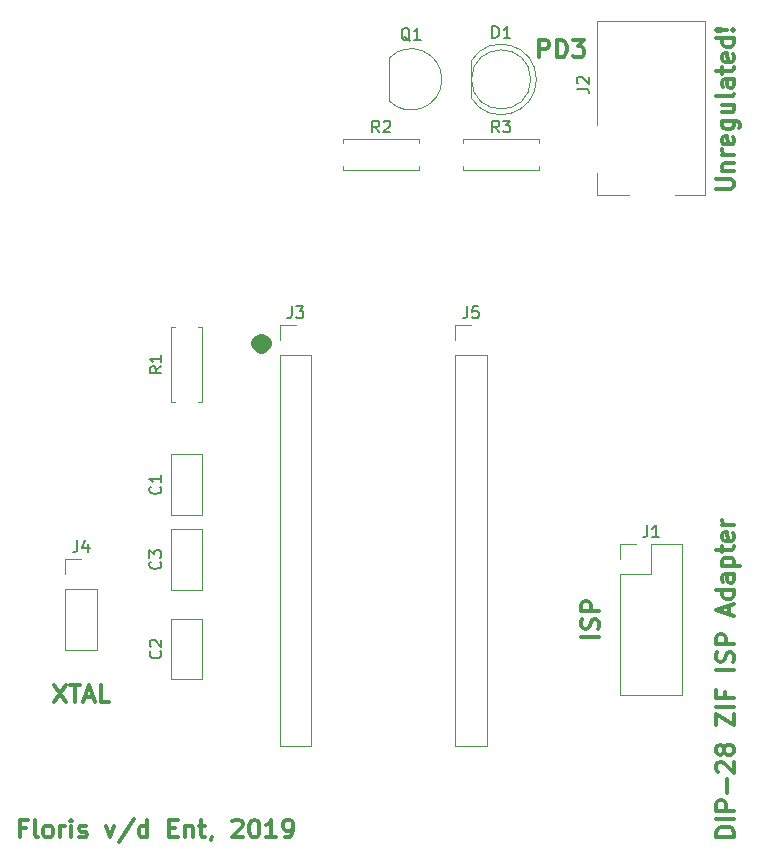
<source format=gbr>
G04 #@! TF.GenerationSoftware,KiCad,Pcbnew,(5.0.2)-1*
G04 #@! TF.CreationDate,2019-04-07T19:54:09+02:00*
G04 #@! TF.ProjectId,dip28_zif_programmer,64697032-385f-47a6-9966-5f70726f6772,rev?*
G04 #@! TF.SameCoordinates,Original*
G04 #@! TF.FileFunction,Legend,Top*
G04 #@! TF.FilePolarity,Positive*
%FSLAX46Y46*%
G04 Gerber Fmt 4.6, Leading zero omitted, Abs format (unit mm)*
G04 Created by KiCad (PCBNEW (5.0.2)-1) date 07/04/2019 19:54:09*
%MOMM*%
%LPD*%
G01*
G04 APERTURE LIST*
%ADD10C,0.300000*%
%ADD11C,1.250000*%
%ADD12C,0.120000*%
%ADD13C,0.150000*%
G04 APERTURE END LIST*
D10*
X168318571Y-104334285D02*
X166818571Y-104334285D01*
X168247142Y-103691428D02*
X168318571Y-103477142D01*
X168318571Y-103120000D01*
X168247142Y-102977142D01*
X168175714Y-102905714D01*
X168032857Y-102834285D01*
X167890000Y-102834285D01*
X167747142Y-102905714D01*
X167675714Y-102977142D01*
X167604285Y-103120000D01*
X167532857Y-103405714D01*
X167461428Y-103548571D01*
X167390000Y-103620000D01*
X167247142Y-103691428D01*
X167104285Y-103691428D01*
X166961428Y-103620000D01*
X166890000Y-103548571D01*
X166818571Y-103405714D01*
X166818571Y-103048571D01*
X166890000Y-102834285D01*
X168318571Y-102191428D02*
X166818571Y-102191428D01*
X166818571Y-101620000D01*
X166890000Y-101477142D01*
X166961428Y-101405714D01*
X167104285Y-101334285D01*
X167318571Y-101334285D01*
X167461428Y-101405714D01*
X167532857Y-101477142D01*
X167604285Y-101620000D01*
X167604285Y-102191428D01*
X178248571Y-66440000D02*
X179462857Y-66440000D01*
X179605714Y-66368571D01*
X179677142Y-66297142D01*
X179748571Y-66154285D01*
X179748571Y-65868571D01*
X179677142Y-65725714D01*
X179605714Y-65654285D01*
X179462857Y-65582857D01*
X178248571Y-65582857D01*
X178748571Y-64868571D02*
X179748571Y-64868571D01*
X178891428Y-64868571D02*
X178820000Y-64797142D01*
X178748571Y-64654285D01*
X178748571Y-64440000D01*
X178820000Y-64297142D01*
X178962857Y-64225714D01*
X179748571Y-64225714D01*
X179748571Y-63511428D02*
X178748571Y-63511428D01*
X179034285Y-63511428D02*
X178891428Y-63440000D01*
X178820000Y-63368571D01*
X178748571Y-63225714D01*
X178748571Y-63082857D01*
X179677142Y-62011428D02*
X179748571Y-62154285D01*
X179748571Y-62440000D01*
X179677142Y-62582857D01*
X179534285Y-62654285D01*
X178962857Y-62654285D01*
X178820000Y-62582857D01*
X178748571Y-62440000D01*
X178748571Y-62154285D01*
X178820000Y-62011428D01*
X178962857Y-61940000D01*
X179105714Y-61940000D01*
X179248571Y-62654285D01*
X178748571Y-60654285D02*
X179962857Y-60654285D01*
X180105714Y-60725714D01*
X180177142Y-60797142D01*
X180248571Y-60940000D01*
X180248571Y-61154285D01*
X180177142Y-61297142D01*
X179677142Y-60654285D02*
X179748571Y-60797142D01*
X179748571Y-61082857D01*
X179677142Y-61225714D01*
X179605714Y-61297142D01*
X179462857Y-61368571D01*
X179034285Y-61368571D01*
X178891428Y-61297142D01*
X178820000Y-61225714D01*
X178748571Y-61082857D01*
X178748571Y-60797142D01*
X178820000Y-60654285D01*
X178748571Y-59297142D02*
X179748571Y-59297142D01*
X178748571Y-59940000D02*
X179534285Y-59940000D01*
X179677142Y-59868571D01*
X179748571Y-59725714D01*
X179748571Y-59511428D01*
X179677142Y-59368571D01*
X179605714Y-59297142D01*
X179748571Y-58368571D02*
X179677142Y-58511428D01*
X179534285Y-58582857D01*
X178248571Y-58582857D01*
X179748571Y-57154285D02*
X178962857Y-57154285D01*
X178820000Y-57225714D01*
X178748571Y-57368571D01*
X178748571Y-57654285D01*
X178820000Y-57797142D01*
X179677142Y-57154285D02*
X179748571Y-57297142D01*
X179748571Y-57654285D01*
X179677142Y-57797142D01*
X179534285Y-57868571D01*
X179391428Y-57868571D01*
X179248571Y-57797142D01*
X179177142Y-57654285D01*
X179177142Y-57297142D01*
X179105714Y-57154285D01*
X178748571Y-56654285D02*
X178748571Y-56082857D01*
X178248571Y-56440000D02*
X179534285Y-56440000D01*
X179677142Y-56368571D01*
X179748571Y-56225714D01*
X179748571Y-56082857D01*
X179677142Y-55011428D02*
X179748571Y-55154285D01*
X179748571Y-55440000D01*
X179677142Y-55582857D01*
X179534285Y-55654285D01*
X178962857Y-55654285D01*
X178820000Y-55582857D01*
X178748571Y-55440000D01*
X178748571Y-55154285D01*
X178820000Y-55011428D01*
X178962857Y-54940000D01*
X179105714Y-54940000D01*
X179248571Y-55654285D01*
X179748571Y-53654285D02*
X178248571Y-53654285D01*
X179677142Y-53654285D02*
X179748571Y-53797142D01*
X179748571Y-54082857D01*
X179677142Y-54225714D01*
X179605714Y-54297142D01*
X179462857Y-54368571D01*
X179034285Y-54368571D01*
X178891428Y-54297142D01*
X178820000Y-54225714D01*
X178748571Y-54082857D01*
X178748571Y-53797142D01*
X178820000Y-53654285D01*
X179605714Y-52940000D02*
X179677142Y-52868571D01*
X179748571Y-52940000D01*
X179677142Y-53011428D01*
X179605714Y-52940000D01*
X179748571Y-52940000D01*
X179177142Y-52940000D02*
X178320000Y-53011428D01*
X178248571Y-52940000D01*
X178320000Y-52868571D01*
X179177142Y-52940000D01*
X178248571Y-52940000D01*
X122138571Y-108398571D02*
X123138571Y-109898571D01*
X123138571Y-108398571D02*
X122138571Y-109898571D01*
X123495714Y-108398571D02*
X124352857Y-108398571D01*
X123924285Y-109898571D02*
X123924285Y-108398571D01*
X124781428Y-109470000D02*
X125495714Y-109470000D01*
X124638571Y-109898571D02*
X125138571Y-108398571D01*
X125638571Y-109898571D01*
X126852857Y-109898571D02*
X126138571Y-109898571D01*
X126138571Y-108398571D01*
X163242857Y-55288571D02*
X163242857Y-53788571D01*
X163814285Y-53788571D01*
X163957142Y-53860000D01*
X164028571Y-53931428D01*
X164100000Y-54074285D01*
X164100000Y-54288571D01*
X164028571Y-54431428D01*
X163957142Y-54502857D01*
X163814285Y-54574285D01*
X163242857Y-54574285D01*
X164742857Y-55288571D02*
X164742857Y-53788571D01*
X165100000Y-53788571D01*
X165314285Y-53860000D01*
X165457142Y-54002857D01*
X165528571Y-54145714D01*
X165600000Y-54431428D01*
X165600000Y-54645714D01*
X165528571Y-54931428D01*
X165457142Y-55074285D01*
X165314285Y-55217142D01*
X165100000Y-55288571D01*
X164742857Y-55288571D01*
X166100000Y-53788571D02*
X167028571Y-53788571D01*
X166528571Y-54360000D01*
X166742857Y-54360000D01*
X166885714Y-54431428D01*
X166957142Y-54502857D01*
X167028571Y-54645714D01*
X167028571Y-55002857D01*
X166957142Y-55145714D01*
X166885714Y-55217142D01*
X166742857Y-55288571D01*
X166314285Y-55288571D01*
X166171428Y-55217142D01*
X166100000Y-55145714D01*
D11*
X139700000Y-79255714D02*
X139938095Y-79493809D01*
X139700000Y-79731904D01*
X139461904Y-79493809D01*
X139700000Y-79255714D01*
X139700000Y-79731904D01*
D10*
X119774285Y-120542857D02*
X119274285Y-120542857D01*
X119274285Y-121328571D02*
X119274285Y-119828571D01*
X119988571Y-119828571D01*
X120774285Y-121328571D02*
X120631428Y-121257142D01*
X120560000Y-121114285D01*
X120560000Y-119828571D01*
X121560000Y-121328571D02*
X121417142Y-121257142D01*
X121345714Y-121185714D01*
X121274285Y-121042857D01*
X121274285Y-120614285D01*
X121345714Y-120471428D01*
X121417142Y-120400000D01*
X121560000Y-120328571D01*
X121774285Y-120328571D01*
X121917142Y-120400000D01*
X121988571Y-120471428D01*
X122060000Y-120614285D01*
X122060000Y-121042857D01*
X121988571Y-121185714D01*
X121917142Y-121257142D01*
X121774285Y-121328571D01*
X121560000Y-121328571D01*
X122702857Y-121328571D02*
X122702857Y-120328571D01*
X122702857Y-120614285D02*
X122774285Y-120471428D01*
X122845714Y-120400000D01*
X122988571Y-120328571D01*
X123131428Y-120328571D01*
X123631428Y-121328571D02*
X123631428Y-120328571D01*
X123631428Y-119828571D02*
X123560000Y-119900000D01*
X123631428Y-119971428D01*
X123702857Y-119900000D01*
X123631428Y-119828571D01*
X123631428Y-119971428D01*
X124274285Y-121257142D02*
X124417142Y-121328571D01*
X124702857Y-121328571D01*
X124845714Y-121257142D01*
X124917142Y-121114285D01*
X124917142Y-121042857D01*
X124845714Y-120900000D01*
X124702857Y-120828571D01*
X124488571Y-120828571D01*
X124345714Y-120757142D01*
X124274285Y-120614285D01*
X124274285Y-120542857D01*
X124345714Y-120400000D01*
X124488571Y-120328571D01*
X124702857Y-120328571D01*
X124845714Y-120400000D01*
X126560000Y-120328571D02*
X126917142Y-121328571D01*
X127274285Y-120328571D01*
X128917142Y-119757142D02*
X127631428Y-121685714D01*
X130060000Y-121328571D02*
X130060000Y-119828571D01*
X130060000Y-121257142D02*
X129917142Y-121328571D01*
X129631428Y-121328571D01*
X129488571Y-121257142D01*
X129417142Y-121185714D01*
X129345714Y-121042857D01*
X129345714Y-120614285D01*
X129417142Y-120471428D01*
X129488571Y-120400000D01*
X129631428Y-120328571D01*
X129917142Y-120328571D01*
X130060000Y-120400000D01*
X131917142Y-120542857D02*
X132417142Y-120542857D01*
X132631428Y-121328571D02*
X131917142Y-121328571D01*
X131917142Y-119828571D01*
X132631428Y-119828571D01*
X133274285Y-120328571D02*
X133274285Y-121328571D01*
X133274285Y-120471428D02*
X133345714Y-120400000D01*
X133488571Y-120328571D01*
X133702857Y-120328571D01*
X133845714Y-120400000D01*
X133917142Y-120542857D01*
X133917142Y-121328571D01*
X134417142Y-120328571D02*
X134988571Y-120328571D01*
X134631428Y-119828571D02*
X134631428Y-121114285D01*
X134702857Y-121257142D01*
X134845714Y-121328571D01*
X134988571Y-121328571D01*
X135560000Y-121257142D02*
X135560000Y-121328571D01*
X135488571Y-121471428D01*
X135417142Y-121542857D01*
X137274285Y-119971428D02*
X137345714Y-119900000D01*
X137488571Y-119828571D01*
X137845714Y-119828571D01*
X137988571Y-119900000D01*
X138060000Y-119971428D01*
X138131428Y-120114285D01*
X138131428Y-120257142D01*
X138060000Y-120471428D01*
X137202857Y-121328571D01*
X138131428Y-121328571D01*
X139060000Y-119828571D02*
X139202857Y-119828571D01*
X139345714Y-119900000D01*
X139417142Y-119971428D01*
X139488571Y-120114285D01*
X139560000Y-120400000D01*
X139560000Y-120757142D01*
X139488571Y-121042857D01*
X139417142Y-121185714D01*
X139345714Y-121257142D01*
X139202857Y-121328571D01*
X139060000Y-121328571D01*
X138917142Y-121257142D01*
X138845714Y-121185714D01*
X138774285Y-121042857D01*
X138702857Y-120757142D01*
X138702857Y-120400000D01*
X138774285Y-120114285D01*
X138845714Y-119971428D01*
X138917142Y-119900000D01*
X139060000Y-119828571D01*
X140988571Y-121328571D02*
X140131428Y-121328571D01*
X140560000Y-121328571D02*
X140560000Y-119828571D01*
X140417142Y-120042857D01*
X140274285Y-120185714D01*
X140131428Y-120257142D01*
X141702857Y-121328571D02*
X141988571Y-121328571D01*
X142131428Y-121257142D01*
X142202857Y-121185714D01*
X142345714Y-120971428D01*
X142417142Y-120685714D01*
X142417142Y-120114285D01*
X142345714Y-119971428D01*
X142274285Y-119900000D01*
X142131428Y-119828571D01*
X141845714Y-119828571D01*
X141702857Y-119900000D01*
X141631428Y-119971428D01*
X141560000Y-120114285D01*
X141560000Y-120471428D01*
X141631428Y-120614285D01*
X141702857Y-120685714D01*
X141845714Y-120757142D01*
X142131428Y-120757142D01*
X142274285Y-120685714D01*
X142345714Y-120614285D01*
X142417142Y-120471428D01*
X179748571Y-121271428D02*
X178248571Y-121271428D01*
X178248571Y-120914285D01*
X178320000Y-120700000D01*
X178462857Y-120557142D01*
X178605714Y-120485714D01*
X178891428Y-120414285D01*
X179105714Y-120414285D01*
X179391428Y-120485714D01*
X179534285Y-120557142D01*
X179677142Y-120700000D01*
X179748571Y-120914285D01*
X179748571Y-121271428D01*
X179748571Y-119771428D02*
X178248571Y-119771428D01*
X179748571Y-119057142D02*
X178248571Y-119057142D01*
X178248571Y-118485714D01*
X178320000Y-118342857D01*
X178391428Y-118271428D01*
X178534285Y-118200000D01*
X178748571Y-118200000D01*
X178891428Y-118271428D01*
X178962857Y-118342857D01*
X179034285Y-118485714D01*
X179034285Y-119057142D01*
X179177142Y-117557142D02*
X179177142Y-116414285D01*
X178391428Y-115771428D02*
X178320000Y-115700000D01*
X178248571Y-115557142D01*
X178248571Y-115200000D01*
X178320000Y-115057142D01*
X178391428Y-114985714D01*
X178534285Y-114914285D01*
X178677142Y-114914285D01*
X178891428Y-114985714D01*
X179748571Y-115842857D01*
X179748571Y-114914285D01*
X178891428Y-114057142D02*
X178820000Y-114200000D01*
X178748571Y-114271428D01*
X178605714Y-114342857D01*
X178534285Y-114342857D01*
X178391428Y-114271428D01*
X178320000Y-114200000D01*
X178248571Y-114057142D01*
X178248571Y-113771428D01*
X178320000Y-113628571D01*
X178391428Y-113557142D01*
X178534285Y-113485714D01*
X178605714Y-113485714D01*
X178748571Y-113557142D01*
X178820000Y-113628571D01*
X178891428Y-113771428D01*
X178891428Y-114057142D01*
X178962857Y-114200000D01*
X179034285Y-114271428D01*
X179177142Y-114342857D01*
X179462857Y-114342857D01*
X179605714Y-114271428D01*
X179677142Y-114200000D01*
X179748571Y-114057142D01*
X179748571Y-113771428D01*
X179677142Y-113628571D01*
X179605714Y-113557142D01*
X179462857Y-113485714D01*
X179177142Y-113485714D01*
X179034285Y-113557142D01*
X178962857Y-113628571D01*
X178891428Y-113771428D01*
X178248571Y-111842857D02*
X178248571Y-110842857D01*
X179748571Y-111842857D01*
X179748571Y-110842857D01*
X179748571Y-110271428D02*
X178248571Y-110271428D01*
X178962857Y-109057142D02*
X178962857Y-109557142D01*
X179748571Y-109557142D02*
X178248571Y-109557142D01*
X178248571Y-108842857D01*
X179748571Y-107128571D02*
X178248571Y-107128571D01*
X179677142Y-106485714D02*
X179748571Y-106271428D01*
X179748571Y-105914285D01*
X179677142Y-105771428D01*
X179605714Y-105700000D01*
X179462857Y-105628571D01*
X179320000Y-105628571D01*
X179177142Y-105700000D01*
X179105714Y-105771428D01*
X179034285Y-105914285D01*
X178962857Y-106200000D01*
X178891428Y-106342857D01*
X178820000Y-106414285D01*
X178677142Y-106485714D01*
X178534285Y-106485714D01*
X178391428Y-106414285D01*
X178320000Y-106342857D01*
X178248571Y-106200000D01*
X178248571Y-105842857D01*
X178320000Y-105628571D01*
X179748571Y-104985714D02*
X178248571Y-104985714D01*
X178248571Y-104414285D01*
X178320000Y-104271428D01*
X178391428Y-104200000D01*
X178534285Y-104128571D01*
X178748571Y-104128571D01*
X178891428Y-104200000D01*
X178962857Y-104271428D01*
X179034285Y-104414285D01*
X179034285Y-104985714D01*
X179320000Y-102414285D02*
X179320000Y-101700000D01*
X179748571Y-102557142D02*
X178248571Y-102057142D01*
X179748571Y-101557142D01*
X179748571Y-100414285D02*
X178248571Y-100414285D01*
X179677142Y-100414285D02*
X179748571Y-100557142D01*
X179748571Y-100842857D01*
X179677142Y-100985714D01*
X179605714Y-101057142D01*
X179462857Y-101128571D01*
X179034285Y-101128571D01*
X178891428Y-101057142D01*
X178820000Y-100985714D01*
X178748571Y-100842857D01*
X178748571Y-100557142D01*
X178820000Y-100414285D01*
X179748571Y-99057142D02*
X178962857Y-99057142D01*
X178820000Y-99128571D01*
X178748571Y-99271428D01*
X178748571Y-99557142D01*
X178820000Y-99700000D01*
X179677142Y-99057142D02*
X179748571Y-99200000D01*
X179748571Y-99557142D01*
X179677142Y-99700000D01*
X179534285Y-99771428D01*
X179391428Y-99771428D01*
X179248571Y-99700000D01*
X179177142Y-99557142D01*
X179177142Y-99200000D01*
X179105714Y-99057142D01*
X178748571Y-98342857D02*
X180248571Y-98342857D01*
X178820000Y-98342857D02*
X178748571Y-98200000D01*
X178748571Y-97914285D01*
X178820000Y-97771428D01*
X178891428Y-97700000D01*
X179034285Y-97628571D01*
X179462857Y-97628571D01*
X179605714Y-97700000D01*
X179677142Y-97771428D01*
X179748571Y-97914285D01*
X179748571Y-98200000D01*
X179677142Y-98342857D01*
X178748571Y-97200000D02*
X178748571Y-96628571D01*
X178248571Y-96985714D02*
X179534285Y-96985714D01*
X179677142Y-96914285D01*
X179748571Y-96771428D01*
X179748571Y-96628571D01*
X179677142Y-95557142D02*
X179748571Y-95700000D01*
X179748571Y-95985714D01*
X179677142Y-96128571D01*
X179534285Y-96200000D01*
X178962857Y-96200000D01*
X178820000Y-96128571D01*
X178748571Y-95985714D01*
X178748571Y-95700000D01*
X178820000Y-95557142D01*
X178962857Y-95485714D01*
X179105714Y-95485714D01*
X179248571Y-96200000D01*
X179748571Y-94842857D02*
X178748571Y-94842857D01*
X179034285Y-94842857D02*
X178891428Y-94771428D01*
X178820000Y-94700000D01*
X178748571Y-94557142D01*
X178748571Y-94414285D01*
D12*
G04 #@! TO.C,J5*
X156150000Y-77918000D02*
X157480000Y-77918000D01*
X156150000Y-79248000D02*
X156150000Y-77918000D01*
X156150000Y-80518000D02*
X158810000Y-80518000D01*
X158810000Y-80518000D02*
X158810000Y-113598000D01*
X156150000Y-80518000D02*
X156150000Y-113598000D01*
X156150000Y-113598000D02*
X158810000Y-113598000D01*
G04 #@! TO.C,R1*
X132040000Y-84490000D02*
X132370000Y-84490000D01*
X132040000Y-78070000D02*
X132040000Y-84490000D01*
X132370000Y-78070000D02*
X132040000Y-78070000D01*
X134660000Y-84490000D02*
X134330000Y-84490000D01*
X134660000Y-78070000D02*
X134660000Y-84490000D01*
X134330000Y-78070000D02*
X134660000Y-78070000D01*
G04 #@! TO.C,C1*
X132040000Y-88900000D02*
X134660000Y-88900000D01*
X132040000Y-94020000D02*
X134660000Y-94020000D01*
X134660000Y-94020000D02*
X134660000Y-88900000D01*
X132040000Y-94020000D02*
X132040000Y-88900000D01*
G04 #@! TO.C,C2*
X134660000Y-102830000D02*
X134660000Y-107950000D01*
X132040000Y-102830000D02*
X132040000Y-107950000D01*
X134660000Y-102830000D02*
X132040000Y-102830000D01*
X134660000Y-107950000D02*
X132040000Y-107950000D01*
G04 #@! TO.C,C3*
X132040000Y-95250000D02*
X134660000Y-95250000D01*
X132040000Y-100370000D02*
X134660000Y-100370000D01*
X134660000Y-100370000D02*
X134660000Y-95250000D01*
X132040000Y-100370000D02*
X132040000Y-95250000D01*
G04 #@! TO.C,D1*
X157460000Y-55605000D02*
X157460000Y-58695000D01*
X162520000Y-57150000D02*
G75*
G03X162520000Y-57150000I-2500000J0D01*
G01*
X163010000Y-57149538D02*
G75*
G02X157460000Y-58694830I-2990000J-462D01*
G01*
X163010000Y-57150462D02*
G75*
G03X157460000Y-55605170I-2990000J462D01*
G01*
G04 #@! TO.C,J1*
X170120000Y-96460000D02*
X171450000Y-96460000D01*
X170120000Y-97790000D02*
X170120000Y-96460000D01*
X172720000Y-96460000D02*
X175320000Y-96460000D01*
X172720000Y-99060000D02*
X172720000Y-96460000D01*
X170120000Y-99060000D02*
X172720000Y-99060000D01*
X175320000Y-96460000D02*
X175320000Y-109280000D01*
X170120000Y-99060000D02*
X170120000Y-109280000D01*
X170120000Y-109280000D02*
X175320000Y-109280000D01*
G04 #@! TO.C,J2*
X177320000Y-66940000D02*
X174720000Y-66940000D01*
X177320000Y-52240000D02*
X177320000Y-66940000D01*
X168120000Y-66940000D02*
X168120000Y-65040000D01*
X170820000Y-66940000D02*
X168120000Y-66940000D01*
X168120000Y-52240000D02*
X177320000Y-52240000D01*
X168120000Y-61040000D02*
X168120000Y-52240000D01*
G04 #@! TO.C,J3*
X141291000Y-113598000D02*
X143951000Y-113598000D01*
X141291000Y-80518000D02*
X141291000Y-113598000D01*
X143951000Y-80518000D02*
X143951000Y-113598000D01*
X141291000Y-80518000D02*
X143951000Y-80518000D01*
X141291000Y-79248000D02*
X141291000Y-77918000D01*
X141291000Y-77918000D02*
X142621000Y-77918000D01*
G04 #@! TO.C,J4*
X123130000Y-105470000D02*
X125790000Y-105470000D01*
X123130000Y-100330000D02*
X123130000Y-105470000D01*
X125790000Y-100330000D02*
X125790000Y-105470000D01*
X123130000Y-100330000D02*
X125790000Y-100330000D01*
X123130000Y-99060000D02*
X123130000Y-97730000D01*
X123130000Y-97730000D02*
X124460000Y-97730000D01*
G04 #@! TO.C,R2*
X146650000Y-62520000D02*
X146650000Y-62190000D01*
X146650000Y-62190000D02*
X153070000Y-62190000D01*
X153070000Y-62190000D02*
X153070000Y-62520000D01*
X146650000Y-64480000D02*
X146650000Y-64810000D01*
X146650000Y-64810000D02*
X153070000Y-64810000D01*
X153070000Y-64810000D02*
X153070000Y-64480000D01*
G04 #@! TO.C,R3*
X163230000Y-64810000D02*
X163230000Y-64480000D01*
X156810000Y-64810000D02*
X163230000Y-64810000D01*
X156810000Y-64480000D02*
X156810000Y-64810000D01*
X163230000Y-62190000D02*
X163230000Y-62520000D01*
X156810000Y-62190000D02*
X163230000Y-62190000D01*
X156810000Y-62520000D02*
X156810000Y-62190000D01*
G04 #@! TO.C,Q1*
X150561522Y-58988478D02*
G75*
G03X155000000Y-57150000I1838478J1838478D01*
G01*
X150561522Y-55311522D02*
G75*
G02X155000000Y-57150000I1838478J-1838478D01*
G01*
X150550000Y-55350000D02*
X150550000Y-58950000D01*
G04 #@! TO.C,J5*
D13*
X157146666Y-76370380D02*
X157146666Y-77084666D01*
X157099047Y-77227523D01*
X157003809Y-77322761D01*
X156860952Y-77370380D01*
X156765714Y-77370380D01*
X158099047Y-76370380D02*
X157622857Y-76370380D01*
X157575238Y-76846571D01*
X157622857Y-76798952D01*
X157718095Y-76751333D01*
X157956190Y-76751333D01*
X158051428Y-76798952D01*
X158099047Y-76846571D01*
X158146666Y-76941809D01*
X158146666Y-77179904D01*
X158099047Y-77275142D01*
X158051428Y-77322761D01*
X157956190Y-77370380D01*
X157718095Y-77370380D01*
X157622857Y-77322761D01*
X157575238Y-77275142D01*
G04 #@! TO.C,R1*
X131262380Y-81446666D02*
X130786190Y-81780000D01*
X131262380Y-82018095D02*
X130262380Y-82018095D01*
X130262380Y-81637142D01*
X130310000Y-81541904D01*
X130357619Y-81494285D01*
X130452857Y-81446666D01*
X130595714Y-81446666D01*
X130690952Y-81494285D01*
X130738571Y-81541904D01*
X130786190Y-81637142D01*
X130786190Y-82018095D01*
X131262380Y-80494285D02*
X131262380Y-81065714D01*
X131262380Y-80780000D02*
X130262380Y-80780000D01*
X130405238Y-80875238D01*
X130500476Y-80970476D01*
X130548095Y-81065714D01*
G04 #@! TO.C,C1*
X131147142Y-91626666D02*
X131194761Y-91674285D01*
X131242380Y-91817142D01*
X131242380Y-91912380D01*
X131194761Y-92055238D01*
X131099523Y-92150476D01*
X131004285Y-92198095D01*
X130813809Y-92245714D01*
X130670952Y-92245714D01*
X130480476Y-92198095D01*
X130385238Y-92150476D01*
X130290000Y-92055238D01*
X130242380Y-91912380D01*
X130242380Y-91817142D01*
X130290000Y-91674285D01*
X130337619Y-91626666D01*
X131242380Y-90674285D02*
X131242380Y-91245714D01*
X131242380Y-90960000D02*
X130242380Y-90960000D01*
X130385238Y-91055238D01*
X130480476Y-91150476D01*
X130528095Y-91245714D01*
G04 #@! TO.C,C2*
X131167142Y-105556666D02*
X131214761Y-105604285D01*
X131262380Y-105747142D01*
X131262380Y-105842380D01*
X131214761Y-105985238D01*
X131119523Y-106080476D01*
X131024285Y-106128095D01*
X130833809Y-106175714D01*
X130690952Y-106175714D01*
X130500476Y-106128095D01*
X130405238Y-106080476D01*
X130310000Y-105985238D01*
X130262380Y-105842380D01*
X130262380Y-105747142D01*
X130310000Y-105604285D01*
X130357619Y-105556666D01*
X130357619Y-105175714D02*
X130310000Y-105128095D01*
X130262380Y-105032857D01*
X130262380Y-104794761D01*
X130310000Y-104699523D01*
X130357619Y-104651904D01*
X130452857Y-104604285D01*
X130548095Y-104604285D01*
X130690952Y-104651904D01*
X131262380Y-105223333D01*
X131262380Y-104604285D01*
G04 #@! TO.C,C3*
X131147142Y-97976666D02*
X131194761Y-98024285D01*
X131242380Y-98167142D01*
X131242380Y-98262380D01*
X131194761Y-98405238D01*
X131099523Y-98500476D01*
X131004285Y-98548095D01*
X130813809Y-98595714D01*
X130670952Y-98595714D01*
X130480476Y-98548095D01*
X130385238Y-98500476D01*
X130290000Y-98405238D01*
X130242380Y-98262380D01*
X130242380Y-98167142D01*
X130290000Y-98024285D01*
X130337619Y-97976666D01*
X130242380Y-97643333D02*
X130242380Y-97024285D01*
X130623333Y-97357619D01*
X130623333Y-97214761D01*
X130670952Y-97119523D01*
X130718571Y-97071904D01*
X130813809Y-97024285D01*
X131051904Y-97024285D01*
X131147142Y-97071904D01*
X131194761Y-97119523D01*
X131242380Y-97214761D01*
X131242380Y-97500476D01*
X131194761Y-97595714D01*
X131147142Y-97643333D01*
G04 #@! TO.C,D1*
X159281904Y-53642380D02*
X159281904Y-52642380D01*
X159520000Y-52642380D01*
X159662857Y-52690000D01*
X159758095Y-52785238D01*
X159805714Y-52880476D01*
X159853333Y-53070952D01*
X159853333Y-53213809D01*
X159805714Y-53404285D01*
X159758095Y-53499523D01*
X159662857Y-53594761D01*
X159520000Y-53642380D01*
X159281904Y-53642380D01*
X160805714Y-53642380D02*
X160234285Y-53642380D01*
X160520000Y-53642380D02*
X160520000Y-52642380D01*
X160424761Y-52785238D01*
X160329523Y-52880476D01*
X160234285Y-52928095D01*
G04 #@! TO.C,J1*
X172386666Y-94912380D02*
X172386666Y-95626666D01*
X172339047Y-95769523D01*
X172243809Y-95864761D01*
X172100952Y-95912380D01*
X172005714Y-95912380D01*
X173386666Y-95912380D02*
X172815238Y-95912380D01*
X173100952Y-95912380D02*
X173100952Y-94912380D01*
X173005714Y-95055238D01*
X172910476Y-95150476D01*
X172815238Y-95198095D01*
G04 #@! TO.C,J2*
X166422380Y-57923333D02*
X167136666Y-57923333D01*
X167279523Y-57970952D01*
X167374761Y-58066190D01*
X167422380Y-58209047D01*
X167422380Y-58304285D01*
X166517619Y-57494761D02*
X166470000Y-57447142D01*
X166422380Y-57351904D01*
X166422380Y-57113809D01*
X166470000Y-57018571D01*
X166517619Y-56970952D01*
X166612857Y-56923333D01*
X166708095Y-56923333D01*
X166850952Y-56970952D01*
X167422380Y-57542380D01*
X167422380Y-56923333D01*
G04 #@! TO.C,J3*
X142287666Y-76370380D02*
X142287666Y-77084666D01*
X142240047Y-77227523D01*
X142144809Y-77322761D01*
X142001952Y-77370380D01*
X141906714Y-77370380D01*
X142668619Y-76370380D02*
X143287666Y-76370380D01*
X142954333Y-76751333D01*
X143097190Y-76751333D01*
X143192428Y-76798952D01*
X143240047Y-76846571D01*
X143287666Y-76941809D01*
X143287666Y-77179904D01*
X143240047Y-77275142D01*
X143192428Y-77322761D01*
X143097190Y-77370380D01*
X142811476Y-77370380D01*
X142716238Y-77322761D01*
X142668619Y-77275142D01*
G04 #@! TO.C,J4*
X124126666Y-96182380D02*
X124126666Y-96896666D01*
X124079047Y-97039523D01*
X123983809Y-97134761D01*
X123840952Y-97182380D01*
X123745714Y-97182380D01*
X125031428Y-96515714D02*
X125031428Y-97182380D01*
X124793333Y-96134761D02*
X124555238Y-96849047D01*
X125174285Y-96849047D01*
G04 #@! TO.C,R2*
X149693333Y-61642380D02*
X149360000Y-61166190D01*
X149121904Y-61642380D02*
X149121904Y-60642380D01*
X149502857Y-60642380D01*
X149598095Y-60690000D01*
X149645714Y-60737619D01*
X149693333Y-60832857D01*
X149693333Y-60975714D01*
X149645714Y-61070952D01*
X149598095Y-61118571D01*
X149502857Y-61166190D01*
X149121904Y-61166190D01*
X150074285Y-60737619D02*
X150121904Y-60690000D01*
X150217142Y-60642380D01*
X150455238Y-60642380D01*
X150550476Y-60690000D01*
X150598095Y-60737619D01*
X150645714Y-60832857D01*
X150645714Y-60928095D01*
X150598095Y-61070952D01*
X150026666Y-61642380D01*
X150645714Y-61642380D01*
G04 #@! TO.C,R3*
X159853333Y-61642380D02*
X159520000Y-61166190D01*
X159281904Y-61642380D02*
X159281904Y-60642380D01*
X159662857Y-60642380D01*
X159758095Y-60690000D01*
X159805714Y-60737619D01*
X159853333Y-60832857D01*
X159853333Y-60975714D01*
X159805714Y-61070952D01*
X159758095Y-61118571D01*
X159662857Y-61166190D01*
X159281904Y-61166190D01*
X160186666Y-60642380D02*
X160805714Y-60642380D01*
X160472380Y-61023333D01*
X160615238Y-61023333D01*
X160710476Y-61070952D01*
X160758095Y-61118571D01*
X160805714Y-61213809D01*
X160805714Y-61451904D01*
X160758095Y-61547142D01*
X160710476Y-61594761D01*
X160615238Y-61642380D01*
X160329523Y-61642380D01*
X160234285Y-61594761D01*
X160186666Y-61547142D01*
G04 #@! TO.C,Q1*
X152304761Y-53887619D02*
X152209523Y-53840000D01*
X152114285Y-53744761D01*
X151971428Y-53601904D01*
X151876190Y-53554285D01*
X151780952Y-53554285D01*
X151828571Y-53792380D02*
X151733333Y-53744761D01*
X151638095Y-53649523D01*
X151590476Y-53459047D01*
X151590476Y-53125714D01*
X151638095Y-52935238D01*
X151733333Y-52840000D01*
X151828571Y-52792380D01*
X152019047Y-52792380D01*
X152114285Y-52840000D01*
X152209523Y-52935238D01*
X152257142Y-53125714D01*
X152257142Y-53459047D01*
X152209523Y-53649523D01*
X152114285Y-53744761D01*
X152019047Y-53792380D01*
X151828571Y-53792380D01*
X153209523Y-53792380D02*
X152638095Y-53792380D01*
X152923809Y-53792380D02*
X152923809Y-52792380D01*
X152828571Y-52935238D01*
X152733333Y-53030476D01*
X152638095Y-53078095D01*
G04 #@! TD*
M02*

</source>
